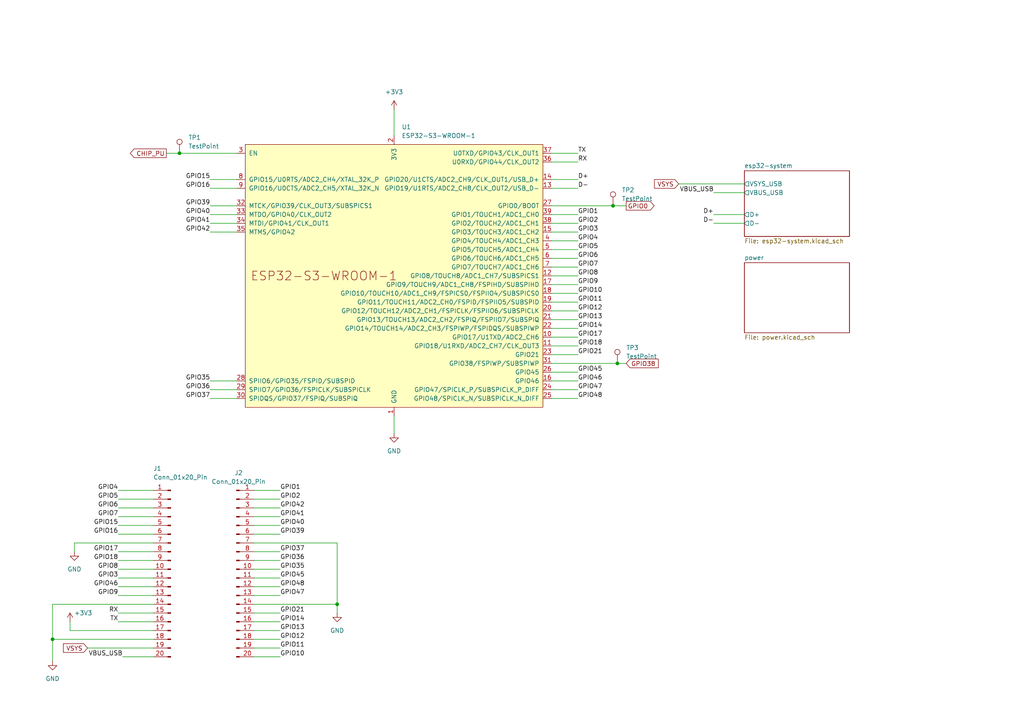
<source format=kicad_sch>
(kicad_sch (version 20231120) (generator "eeschema") (generator_version "8.0")
  (paper "A4")
  (title_block (title "esp32-s3-simple") (date "2023-10-03"))
  (lib_symbols
    (symbol "Connector:Conn_01x20_Pin" (pin_names (offset 1.016) hide)
      (property "Reference" "J" (at 0 25.4 0))
      (property "Value" "Conn_01x20_Pin" (at 0 -27.94 0))
      (symbol "Conn_01x20_Pin_1_1"
        (polyline (pts (xy 1.27 -25.4) (xy 0.8636 -25.4)) (stroke (width 0.1524)))
        (polyline (pts (xy 1.27 -22.86) (xy 0.8636 -22.86)) (stroke (width 0.1524)))
        (polyline (pts (xy 1.27 -20.32) (xy 0.8636 -20.32)) (stroke (width 0.1524)))
        (polyline (pts (xy 1.27 -17.78) (xy 0.8636 -17.78)) (stroke (width 0.1524)))
        (polyline (pts (xy 1.27 -15.24) (xy 0.8636 -15.24)) (stroke (width 0.1524)))
        (polyline (pts (xy 1.27 -12.7) (xy 0.8636 -12.7)) (stroke (width 0.1524)))
        (polyline (pts (xy 1.27 -10.16) (xy 0.8636 -10.16)) (stroke (width 0.1524)))
        (polyline (pts (xy 1.27 -7.62) (xy 0.8636 -7.62)) (stroke (width 0.1524)))
        (polyline (pts (xy 1.27 -5.08) (xy 0.8636 -5.08)) (stroke (width 0.1524)))
        (polyline (pts (xy 1.27 -2.54) (xy 0.8636 -2.54)) (stroke (width 0.1524)))
        (polyline (pts (xy 1.27 0) (xy 0.8636 0)) (stroke (width 0.1524)))
        (polyline (pts (xy 1.27 2.54) (xy 0.8636 2.54)) (stroke (width 0.1524)))
        (polyline (pts (xy 1.27 5.08) (xy 0.8636 5.08)) (stroke (width 0.1524)))
        (polyline (pts (xy 1.27 7.62) (xy 0.8636 7.62)) (stroke (width 0.1524)))
        (polyline (pts (xy 1.27 10.16) (xy 0.8636 10.16)) (stroke (width 0.1524)))
        (polyline (pts (xy 1.27 12.7) (xy 0.8636 12.7)) (stroke (width 0.1524)))
        (polyline (pts (xy 1.27 15.24) (xy 0.8636 15.24)) (stroke (width 0.1524)))
        (polyline (pts (xy 1.27 17.78) (xy 0.8636 17.78)) (stroke (width 0.1524)))
        (polyline (pts (xy 1.27 20.32) (xy 0.8636 20.32)) (stroke (width 0.1524)))
        (polyline (pts (xy 1.27 22.86) (xy 0.8636 22.86)) (stroke (width 0.1524)))
        (rectangle (start 0.8636 -25.273) (end 0 -25.527) (stroke (width 0.1524)) (fill (type outline)))
        (rectangle (start 0.8636 -22.733) (end 0 -22.987) (stroke (width 0.1524)) (fill (type outline)))
        (rectangle (start 0.8636 -20.193) (end 0 -20.447) (stroke (width 0.1524)) (fill (type outline)))
        (rectangle (start 0.8636 -17.653) (end 0 -17.907) (stroke (width 0.1524)) (fill (type outline)))
        (rectangle (start 0.8636 -15.113) (end 0 -15.367) (stroke (width 0.1524)) (fill (type outline)))
        (rectangle (start 0.8636 -12.573) (end 0 -12.827) (stroke (width 0.1524)) (fill (type outline)))
        (rectangle (start 0.8636 -10.033) (end 0 -10.287) (stroke (width 0.1524)) (fill (type outline)))
        (rectangle (start 0.8636 -7.493) (end 0 -7.747) (stroke (width 0.1524)) (fill (type outline)))
        (rectangle (start 0.8636 -4.953) (end 0 -5.207) (stroke (width 0.1524)) (fill (type outline)))
        (rectangle (start 0.8636 -2.413) (end 0 -2.667) (stroke (width 0.1524)) (fill (type outline)))
        (rectangle (start 0.8636 0.127) (end 0 -0.127) (stroke (width 0.1524)) (fill (type outline)))
        (rectangle (start 0.8636 2.667) (end 0 2.413) (stroke (width 0.1524)) (fill (type outline)))
        (rectangle (start 0.8636 5.207) (end 0 4.953) (stroke (width 0.1524)) (fill (type outline)))
        (rectangle (start 0.8636 7.747) (end 0 7.493) (stroke (width 0.1524)) (fill (type outline)))
        (rectangle (start 0.8636 10.287) (end 0 10.033) (stroke (width 0.1524)) (fill (type outline)))
        (rectangle (start 0.8636 12.827) (end 0 12.573) (stroke (width 0.1524)) (fill (type outline)))
        (rectangle (start 0.8636 15.367) (end 0 15.113) (stroke (width 0.1524)) (fill (type outline)))
        (rectangle (start 0.8636 17.907) (end 0 17.653) (stroke (width 0.1524)) (fill (type outline)))
        (rectangle (start 0.8636 20.447) (end 0 20.193) (stroke (width 0.1524)) (fill (type outline)))
        (rectangle (start 0.8636 22.987) (end 0 22.733) (stroke (width 0.1524)) (fill (type outline)))
        (pin passive line (at 5.08 22.86 180) (length 3.81) (name "Pin_1") (number "1"))
        (pin passive line (at 5.08 0 180) (length 3.81) (name "Pin_10") (number "10"))
        (pin passive line (at 5.08 -2.54 180) (length 3.81) (name "Pin_11") (number "11"))
        (pin passive line (at 5.08 -5.08 180) (length 3.81) (name "Pin_12") (number "12"))
        (pin passive line (at 5.08 -7.62 180) (length 3.81) (name "Pin_13") (number "13"))
        (pin passive line (at 5.08 -10.16 180) (length 3.81) (name "Pin_14") (number "14"))
        (pin passive line (at 5.08 -12.7 180) (length 3.81) (name "Pin_15") (number "15"))
        (pin passive line (at 5.08 -15.24 180) (length 3.81) (name "Pin_16") (number "16"))
        (pin passive line (at 5.08 -17.78 180) (length 3.81) (name "Pin_17") (number "17"))
        (pin passive line (at 5.08 -20.32 180) (length 3.81) (name "Pin_18") (number "18"))
        (pin passive line (at 5.08 -22.86 180) (length 3.81) (name "Pin_19") (number "19"))
        (pin passive line (at 5.08 20.32 180) (length 3.81) (name "Pin_2") (number "2"))
        (pin passive line (at 5.08 -25.4 180) (length 3.81) (name "Pin_20") (number "20"))
        (pin passive line (at 5.08 17.78 180) (length 3.81) (name "Pin_3") (number "3"))
        (pin passive line (at 5.08 15.24 180) (length 3.81) (name "Pin_4") (number "4"))
        (pin passive line (at 5.08 12.7 180) (length 3.81) (name "Pin_5") (number "5"))
        (pin passive line (at 5.08 10.16 180) (length 3.81) (name "Pin_6") (number "6"))
        (pin passive line (at 5.08 7.62 180) (length 3.81) (name "Pin_7") (number "7"))
        (pin passive line (at 5.08 5.08 180) (length 3.81) (name "Pin_8") (number "8"))
        (pin passive line (at 5.08 2.54 180) (length 3.81) (name "Pin_9") (number "9"))
      )
    )
    (symbol "Connector:TestPoint" (pin_numbers hide) (pin_names (offset 0.762) hide)
      (property "Reference" "TP" (at 0 6.858 0))
      (property "Value" "TestPoint" (at 0 5.08 0))
      (symbol "TestPoint_0_1"
        (circle (center 0 3.302) (radius 0.762))
      )
      (symbol "TestPoint_1_1"
        (pin passive line (at 0 0 90) (length 2.54) (name "1") (number "1"))
      )
    )
    (symbol "PCM_Espressif:ESP32-S3-WROOM-1" (pin_names (offset 1.016))
      (property "Reference" "U" (at -43.18 43.18 0))
      (property "Value" "ESP32-S3-WROOM-1" (at -43.18 40.64 0))
      (symbol "ESP32-S3-WROOM-1_0_0"
        (text "ESP32-S3-WROOM-1" (at -20.32 0 0) (effects (font (size 2.54 2.54))))
        (pin power_in line (at 0 -40.64 90) (length 2.54) (name "GND") (number "1"))
        (pin bidirectional line (at 45.72 -17.78 180) (length 2.54) (name "GPIO17/U1TXD/ADC2_CH6") (number "10"))
        (pin bidirectional line (at 45.72 -20.32 180) (length 2.54) (name "GPIO18/U1RXD/ADC2_CH7/CLK_OUT3") (number "11"))
        (pin bidirectional line (at 45.72 0 180) (length 2.54) (name "GPIO8/TOUCH8/ADC1_CH7/SUBSPICS1") (number "12"))
        (pin bidirectional line (at 45.72 25.4 180) (length 2.54) (name "GPIO19/U1RTS/ADC2_CH8/CLK_OUT2/USB_D-") (number "13"))
        (pin bidirectional line (at 45.72 27.94 180) (length 2.54) (name "GPIO20/U1CTS/ADC2_CH9/CLK_OUT1/USB_D+") (number "14"))
        (pin bidirectional line (at 45.72 12.7 180) (length 2.54) (name "GPIO3/TOUCH3/ADC1_CH2") (number "15"))
        (pin bidirectional line (at 45.72 -30.48 180) (length 2.54) (name "GPIO46") (number "16"))
        (pin bidirectional line (at 45.72 -2.54 180) (length 2.54) (name "GPIO9/TOUCH9/ADC1_CH8/FSPIHD/SUBSPIHD") (number "17"))
        (pin bidirectional line (at 45.72 -5.08 180) (length 2.54) (name "GPIO10/TOUCH10/ADC1_CH9/FSPICS0/FSPIIO4/SUBSPICS0") (number "18"))
        (pin bidirectional line (at 45.72 -7.62 180) (length 2.54) (name "GPIO11/TOUCH11/ADC2_CH0/FSPID/FSPIIO5/SUBSPID") (number "19"))
        (pin power_in line (at 0 40.64 270) (length 2.54) (name "3V3") (number "2"))
        (pin bidirectional line (at 45.72 -10.16 180) (length 2.54) (name "GPIO12/TOUCH12/ADC2_CH1/FSPICLK/FSPIIO6/SUBSPICLK") (number "20"))
        (pin bidirectional line (at 45.72 -12.7 180) (length 2.54) (name "GPIO13/TOUCH13/ADC2_CH2/FSPIQ/FSPIIO7/SUBSPIQ") (number "21"))
        (pin bidirectional line (at 45.72 -15.24 180) (length 2.54) (name "GPIO14/TOUCH14/ADC2_CH3/FSPIWP/FSPIDQS/SUBSPIWP") (number "22"))
        (pin bidirectional line (at 45.72 -22.86 180) (length 2.54) (name "GPIO21") (number "23"))
        (pin bidirectional line (at 45.72 -33.02 180) (length 2.54) (name "GPIO47/SPICLK_P/SUBSPICLK_P_DIFF") (number "24"))
        (pin bidirectional line (at 45.72 -35.56 180) (length 2.54) (name "GPIO48/SPICLK_N/SUBSPICLK_N_DIFF") (number "25"))
        (pin bidirectional line (at 45.72 -27.94 180) (length 2.54) (name "GPIO45") (number "26"))
        (pin bidirectional line (at 45.72 20.32 180) (length 2.54) (name "GPIO0/BOOT") (number "27"))
        (pin bidirectional line (at -45.72 -30.48 0) (length 2.54) (name "SPIIO6/GPIO35/FSPID/SUBSPID") (number "28"))
        (pin bidirectional line (at -45.72 -33.02 0) (length 2.54) (name "SPIIO7/GPIO36/FSPICLK/SUBSPICLK") (number "29"))
        (pin input line (at -45.72 35.56 0) (length 2.54) (name "EN") (number "3"))
        (pin bidirectional line (at -45.72 -35.56 0) (length 2.54) (name "SPIDQS/GPIO37/FSPIQ/SUBSPIQ") (number "30"))
        (pin bidirectional line (at 45.72 -25.4 180) (length 2.54) (name "GPIO38/FSPIWP/SUBSPIWP") (number "31"))
        (pin bidirectional line (at -45.72 20.32 0) (length 2.54) (name "MTCK/GPIO39/CLK_OUT3/SUBSPICS1") (number "32"))
        (pin bidirectional line (at -45.72 17.78 0) (length 2.54) (name "MTDO/GPIO40/CLK_OUT2") (number "33"))
        (pin bidirectional line (at -45.72 15.24 0) (length 2.54) (name "MTDI/GPIO41/CLK_OUT1") (number "34"))
        (pin bidirectional line (at -45.72 12.7 0) (length 2.54) (name "MTMS/GPIO42") (number "35"))
        (pin bidirectional line (at 45.72 33.02 180) (length 2.54) (name "U0RXD/GPIO44/CLK_OUT2") (number "36"))
        (pin bidirectional line (at 45.72 35.56 180) (length 2.54) (name "U0TXD/GPIO43/CLK_OUT1") (number "37"))
        (pin bidirectional line (at 45.72 15.24 180) (length 2.54) (name "GPIO2/TOUCH2/ADC1_CH1") (number "38"))
        (pin bidirectional line (at 45.72 17.78 180) (length 2.54) (name "GPIO1/TOUCH1/ADC1_CH0") (number "39"))
        (pin bidirectional line (at 45.72 10.16 180) (length 2.54) (name "GPIO4/TOUCH4/ADC1_CH3") (number "4"))
        (pin passive line (at 0 -40.64 90) (length 2.54) hide (name "GND") (number "40"))
        (pin passive line (at 0 -40.64 90) (length 2.54) hide (name "GND") (number "41"))
        (pin bidirectional line (at 45.72 7.62 180) (length 2.54) (name "GPIO5/TOUCH5/ADC1_CH4") (number "5"))
        (pin bidirectional line (at 45.72 5.08 180) (length 2.54) (name "GPIO6/TOUCH6/ADC1_CH5") (number "6"))
        (pin bidirectional line (at 45.72 2.54 180) (length 2.54) (name "GPIO7/TOUCH7/ADC1_CH6") (number "7"))
        (pin bidirectional line (at -45.72 27.94 0) (length 2.54) (name "GPIO15/U0RTS/ADC2_CH4/XTAL_32K_P") (number "8"))
        (pin bidirectional line (at -45.72 25.4 0) (length 2.54) (name "GPIO16/U0CTS/ADC2_CH5/XTAL_32K_N") (number "9"))
      )
      (symbol "ESP32-S3-WROOM-1_0_1"
        (rectangle (start -43.18 38.1) (end 43.18 -38.1) (fill (type background)))
      )
    )
    (symbol "power:+3V3" (power) (pin_names (offset 0))
      (property "Value" "+3V3" (at 0 3.556 0))
      (symbol "+3V3_0_1"
        (polyline (pts (xy -0.762 1.27) (xy 0 2.54)))
        (polyline (pts (xy 0 0) (xy 0 2.54)))
        (polyline (pts (xy 0 2.54) (xy 0.762 1.27)))
      )
      (symbol "+3V3_1_1"
        (pin power_in line (at 0 0 90) (length 0) hide (name "+3V3") (number "1"))
      )
    )
    (symbol "power:GND" (power) (pin_names (offset 0))
      (property "Value" "GND" (at 0 -3.81 0))
      (symbol "GND_0_1"
        (polyline (pts (xy 0 0) (xy 0 -1.27) (xy 1.27 -1.27) (xy 0 -2.54) (xy -1.27 -1.27) (xy 0 -1.27)))
      )
      (symbol "GND_1_1"
        (pin power_in line (at 0 0 270) (length 0) hide (name "GND") (number "1"))
      )
    )
  )
  (junction (at 52.07 44.45))
  (junction (at 15.24 185.42))
  (junction (at 97.79 175.26))
  (junction (at 177.8 59.69))
  (junction (at 179.07 105.41))
  (wire (pts (xy 160.02 107.95) (xy 167.64 107.95)))
  (wire (pts (xy 73.66 182.88) (xy 81.28 182.88)))
  (wire (pts (xy 60.96 67.31) (xy 68.58 67.31)))
  (wire (pts (xy 73.66 187.96) (xy 81.28 187.96)))
  (wire (pts (xy 34.29 154.94) (xy 44.45 154.94)))
  (wire (pts (xy 21.59 157.48) (xy 21.59 160.02)))
  (wire (pts (xy 60.96 115.57) (xy 68.58 115.57)))
  (wire (pts (xy 207.01 62.23) (xy 215.9 62.23)))
  (wire (pts (xy 73.66 154.94) (xy 81.28 154.94)))
  (wire (pts (xy 34.29 160.02) (xy 44.45 160.02)))
  (wire (pts (xy 73.66 152.4) (xy 81.28 152.4)))
  (wire (pts (xy 73.66 167.64) (xy 81.28 167.64)))
  (wire (pts (xy 34.29 165.1) (xy 44.45 165.1)))
  (wire (pts (xy 34.29 144.78) (xy 44.45 144.78)))
  (wire (pts (xy 73.66 144.78) (xy 81.28 144.78)))
  (wire (pts (xy 160.02 74.93) (xy 167.64 74.93)))
  (wire (pts (xy 34.29 170.18) (xy 44.45 170.18)))
  (wire (pts (xy 35.56 190.5) (xy 44.45 190.5)))
  (wire (pts (xy 207.01 55.88) (xy 215.9 55.88)))
  (wire (pts (xy 15.24 191.77) (xy 15.24 185.42)))
  (wire (pts (xy 97.79 175.26) (xy 97.79 177.8)))
  (wire (pts (xy 48.26 44.45) (xy 52.07 44.45)))
  (wire (pts (xy 73.66 142.24) (xy 81.28 142.24)))
  (wire (pts (xy 15.24 185.42) (xy 15.24 175.26)))
  (wire (pts (xy 44.45 182.88) (xy 20.32 182.88)))
  (wire (pts (xy 160.02 85.09) (xy 167.64 85.09)))
  (wire (pts (xy 160.02 95.25) (xy 167.64 95.25)))
  (wire (pts (xy 73.66 185.42) (xy 81.28 185.42)))
  (wire (pts (xy 73.66 172.72) (xy 81.28 172.72)))
  (wire (pts (xy 34.29 180.34) (xy 44.45 180.34)))
  (wire (pts (xy 160.02 67.31) (xy 167.64 67.31)))
  (wire (pts (xy 160.02 97.79) (xy 167.64 97.79)))
  (wire (pts (xy 160.02 54.61) (xy 167.64 54.61)))
  (wire (pts (xy 60.96 110.49) (xy 68.58 110.49)))
  (wire (pts (xy 73.66 160.02) (xy 81.28 160.02)))
  (wire (pts (xy 60.96 54.61) (xy 68.58 54.61)))
  (wire (pts (xy 20.32 182.88) (xy 20.32 180.34)))
  (wire (pts (xy 52.07 44.45) (xy 68.58 44.45)))
  (wire (pts (xy 34.29 147.32) (xy 44.45 147.32)))
  (wire (pts (xy 34.29 177.8) (xy 44.45 177.8)))
  (wire (pts (xy 160.02 105.41) (xy 179.07 105.41)))
  (wire (pts (xy 73.66 149.86) (xy 81.28 149.86)))
  (wire (pts (xy 73.66 165.1) (xy 81.28 165.1)))
  (wire (pts (xy 114.3 31.75) (xy 114.3 39.37)))
  (wire (pts (xy 160.02 59.69) (xy 177.8 59.69)))
  (wire (pts (xy 73.66 170.18) (xy 81.28 170.18)))
  (wire (pts (xy 160.02 72.39) (xy 167.64 72.39)))
  (wire (pts (xy 179.07 105.41) (xy 181.61 105.41)))
  (wire (pts (xy 73.66 162.56) (xy 81.28 162.56)))
  (wire (pts (xy 196.85 53.34) (xy 215.9 53.34)))
  (wire (pts (xy 160.02 90.17) (xy 167.64 90.17)))
  (wire (pts (xy 73.66 175.26) (xy 97.79 175.26)))
  (wire (pts (xy 160.02 52.07) (xy 167.64 52.07)))
  (wire (pts (xy 160.02 82.55) (xy 167.64 82.55)))
  (wire (pts (xy 160.02 46.99) (xy 167.64 46.99)))
  (wire (pts (xy 160.02 64.77) (xy 167.64 64.77)))
  (wire (pts (xy 25.4 187.96) (xy 44.45 187.96)))
  (wire (pts (xy 114.3 120.65) (xy 114.3 125.73)))
  (wire (pts (xy 73.66 190.5) (xy 81.28 190.5)))
  (wire (pts (xy 15.24 175.26) (xy 44.45 175.26)))
  (wire (pts (xy 34.29 149.86) (xy 44.45 149.86)))
  (wire (pts (xy 97.79 157.48) (xy 73.66 157.48)))
  (wire (pts (xy 160.02 44.45) (xy 167.64 44.45)))
  (wire (pts (xy 177.8 59.69) (xy 181.61 59.69)))
  (wire (pts (xy 160.02 115.57) (xy 167.64 115.57)))
  (wire (pts (xy 160.02 113.03) (xy 167.64 113.03)))
  (wire (pts (xy 160.02 92.71) (xy 167.64 92.71)))
  (wire (pts (xy 207.01 64.77) (xy 215.9 64.77)))
  (wire (pts (xy 44.45 157.48) (xy 21.59 157.48)))
  (wire (pts (xy 34.29 152.4) (xy 44.45 152.4)))
  (wire (pts (xy 160.02 62.23) (xy 167.64 62.23)))
  (wire (pts (xy 34.29 162.56) (xy 44.45 162.56)))
  (wire (pts (xy 73.66 147.32) (xy 81.28 147.32)))
  (wire (pts (xy 60.96 64.77) (xy 68.58 64.77)))
  (wire (pts (xy 160.02 100.33) (xy 167.64 100.33)))
  (wire (pts (xy 160.02 110.49) (xy 167.64 110.49)))
  (wire (pts (xy 34.29 172.72) (xy 44.45 172.72)))
  (wire (pts (xy 60.96 113.03) (xy 68.58 113.03)))
  (wire (pts (xy 60.96 52.07) (xy 68.58 52.07)))
  (wire (pts (xy 160.02 102.87) (xy 167.64 102.87)))
  (wire (pts (xy 73.66 177.8) (xy 81.28 177.8)))
  (wire (pts (xy 34.29 167.64) (xy 44.45 167.64)))
  (wire (pts (xy 160.02 87.63) (xy 167.64 87.63)))
  (wire (pts (xy 60.96 59.69) (xy 68.58 59.69)))
  (wire (pts (xy 160.02 77.47) (xy 167.64 77.47)))
  (wire (pts (xy 73.66 180.34) (xy 81.28 180.34)))
  (wire (pts (xy 160.02 69.85) (xy 167.64 69.85)))
  (wire (pts (xy 60.96 62.23) (xy 68.58 62.23)))
  (wire (pts (xy 97.79 175.26) (xy 97.79 157.48)))
  (wire (pts (xy 15.24 185.42) (xy 44.45 185.42)))
  (wire (pts (xy 160.02 80.01) (xy 167.64 80.01)))
  (wire (pts (xy 34.29 142.24) (xy 44.45 142.24)))
  (label "GPIO10" (at 167.64 85.09 0))
  (label "VBUS_USB" (at 207.01 55.88 180))
  (label "GPIO15" (at 60.96 52.07 180))
  (label "GPIO15" (at 34.29 152.4 180))
  (label "GPIO8" (at 167.64 80.01 0))
  (label "GPIO13" (at 167.64 92.71 0))
  (label "GPIO41" (at 60.96 64.77 180))
  (label "GPIO3" (at 167.64 67.31 0))
  (label "GPIO37" (at 81.28 160.02 0))
  (label "GPIO17" (at 167.64 97.79 0))
  (label "GPIO16" (at 60.96 54.61 180))
  (label "GPIO36" (at 81.28 162.56 0))
  (label "GPIO5" (at 167.64 72.39 0))
  (label "GPIO16" (at 34.29 154.94 180))
  (label "GPIO5" (at 34.29 144.78 180))
  (label "GPIO40" (at 81.28 152.4 0))
  (label "GPIO18" (at 34.29 162.56 180))
  (label "VBUS_USB" (at 35.56 190.5 180))
  (label "RX" (at 167.64 46.99 0))
  (label "GPIO11" (at 81.28 187.96 0))
  (label "D-" (at 207.01 64.77 180))
  (label "D+" (at 207.01 62.23 180))
  (label "GPIO14" (at 81.28 180.34 0))
  (label "GPIO7" (at 34.29 149.86 180))
  (label "GPIO39" (at 60.96 59.69 180))
  (label "GPIO45" (at 81.28 167.64 0))
  (label "TX" (at 34.29 180.34 180))
  (label "GPIO9" (at 167.64 82.55 0))
  (label "GPIO47" (at 167.64 113.03 0))
  (label "GPIO41" (at 81.28 149.86 0))
  (label "GPIO4" (at 167.64 69.85 0))
  (label "GPIO17" (at 34.29 160.02 180))
  (label "GPIO11" (at 167.64 87.63 0))
  (label "GPIO45" (at 167.64 107.95 0))
  (label "GPIO8" (at 34.29 165.1 180))
  (label "D-" (at 167.64 54.61 0))
  (label "GPIO42" (at 81.28 147.32 0))
  (label "GPIO35" (at 60.96 110.49 180))
  (label "GPIO10" (at 81.28 190.5 0))
  (label "GPIO37" (at 60.96 115.57 180))
  (label "GPIO7" (at 167.64 77.47 0))
  (label "GPIO35" (at 81.28 165.1 0))
  (label "GPIO4" (at 34.29 142.24 180))
  (label "GPIO18" (at 167.64 100.33 0))
  (label "GPIO14" (at 167.64 95.25 0))
  (label "RX" (at 34.29 177.8 180))
  (label "GPIO12" (at 81.28 185.42 0))
  (label "GPIO6" (at 34.29 147.32 180))
  (label "GPIO1" (at 167.64 62.23 0))
  (label "GPIO21" (at 167.64 102.87 0))
  (label "GPIO42" (at 60.96 67.31 180))
  (label "GPIO46" (at 34.29 170.18 180))
  (label "GPIO3" (at 34.29 167.64 180))
  (label "GPIO13" (at 81.28 182.88 0))
  (label "GPIO2" (at 167.64 64.77 0))
  (label "GPIO21" (at 81.28 177.8 0))
  (label "GPIO48" (at 81.28 170.18 0))
  (label "GPIO2" (at 81.28 144.78 0))
  (label "D+" (at 167.64 52.07 0))
  (label "TX" (at 167.64 44.45 0))
  (label "GPIO9" (at 34.29 172.72 180))
  (label "GPIO6" (at 167.64 74.93 0))
  (label "GPIO40" (at 60.96 62.23 180))
  (label "GPIO48" (at 167.64 115.57 0))
  (label "GPIO46" (at 167.64 110.49 0))
  (label "GPIO1" (at 81.28 142.24 0))
  (label "GPIO39" (at 81.28 154.94 0))
  (label "GPIO47" (at 81.28 172.72 0))
  (label "GPIO36" (at 60.96 113.03 180))
  (label "GPIO12" (at 167.64 90.17 0))
  (global_label "GPIO0" (shape output) (at 181.61 59.69 0) (property "Intersheetrefs" "${INTERSHEET_REFS}" (effects (hide yes))))
  (global_label "VSYS" (shape input) (at 196.85 53.34 180) (property "Intersheetrefs" "${INTERSHEET_REFS}" (effects (hide yes))))
  (global_label "VSYS" (shape input) (at 25.4 187.96 180) (property "Intersheetrefs" "${INTERSHEET_REFS}" (effects (hide yes))))
  (global_label "GPIO38" (shape input) (at 181.61 105.41 0) (property "Intersheetrefs" "${INTERSHEET_REFS}" (effects (hide yes))))
  (global_label "CHIP_PU" (shape output) (at 48.26 44.45 180) (property "Intersheetrefs" "${INTERSHEET_REFS}" (effects (hide yes))))
  (symbol (lib_id "power:GND") (at 15.24 191.77 0) (unit 1)
    (property "Reference" "#PWR06" (effects (hide yes)))
    (property "Value" "GND" (at 15.24 196.85 0))
  )
  (symbol (lib_id "power:+3V3") (at 114.3 31.75 0) (unit 1)
    (property "Reference" "#PWR02" (effects (hide yes)))
    (property "Value" "+3V3" (at 114.3 26.67 0))
  )
  (symbol (lib_id "power:GND") (at 114.3 125.73 0) (unit 1)
    (property "Reference" "#PWR04" (effects (hide yes)))
    (property "Value" "GND" (at 114.3 130.81 0))
  )
  (symbol (lib_id "power:+3V3") (at 20.32 180.34 0) (unit 1)
    (property "Reference" "#PWR010" (effects (hide yes)))
    (property "Value" "+3V3" (at 24.13 177.8 0))
  )
  (symbol (lib_id "power:GND") (at 21.59 160.02 0) (unit 1)
    (property "Reference" "#PWR021" (effects (hide yes)))
    (property "Value" "GND" (at 21.59 165.1 0))
  )
  (symbol (lib_id "PCM_Espressif:ESP32-S3-WROOM-1") (at 114.3 80.01 0) (unit 1)
    (property "Reference" "U1" (at 116.4941 36.83 0) (effects (justify left)))
    (property "Value" "ESP32-S3-WROOM-1" (at 116.4941 39.37 0) (effects (justify left)))
    (property "Footprint" "PCM_Espressif:ESP32-S3-WROOM-1" (effects (hide yes)))
    (property "Datasheet" "https://www.espressif.com/sites/default/files/documentation/esp32-s3-wroom-1_wroom-1u_datasheet_en.pdf" (effects (hide yes)))
  )
  (symbol (lib_id "Connector:TestPoint") (at 52.07 44.45 0) (unit 1)
    (property "Reference" "TP1" (at 54.61 39.878 0) (effects (justify left)))
    (property "Value" "TestPoint" (at 54.61 42.418 0) (effects (justify left)))
    (property "Footprint" "TestPoint:TestPoint_Pad_1.0x1.0mm" (effects (hide yes)))
  )
  (symbol (lib_id "Connector:Conn_01x20_Pin") (at 49.53 165.1 0) (mirror y) (unit 1)
    (property "Reference" "J1" (at 44.45 135.89 0) (effects (justify right)))
    (property "Value" "Conn_01x20_Pin" (at 44.45 138.43 0) (effects (justify right)))
    (property "Footprint" "Connector_PinHeader_2.54mm:PinHeader_1x20_P2.54mm_Vertical" (effects (hide yes)))
  )
  (symbol (lib_id "Connector:Conn_01x20_Pin") (at 68.58 165.1 0) (unit 1)
    (property "Reference" "J2" (at 69.215 137.16 0))
    (property "Value" "Conn_01x20_Pin" (at 69.215 139.7 0))
    (property "Footprint" "Connector_PinHeader_2.54mm:PinHeader_1x20_P2.54mm_Vertical" (effects (hide yes)))
  )
  (symbol (lib_id "Connector:TestPoint") (at 179.07 105.41 0) (unit 1)
    (property "Reference" "TP3" (at 181.61 100.838 0) (effects (justify left)))
    (property "Value" "TestPoint" (at 181.61 103.378 0) (effects (justify left)))
    (property "Footprint" "TestPoint:TestPoint_Pad_1.0x1.0mm" (effects (hide yes)))
  )
  (symbol (lib_id "Connector:TestPoint") (at 177.8 59.69 0) (unit 1)
    (property "Reference" "TP2" (at 180.34 55.118 0) (effects (justify left)))
    (property "Value" "TestPoint" (at 180.34 57.658 0) (effects (justify left)))
    (property "Footprint" "TestPoint:TestPoint_Pad_1.0x1.0mm" (effects (hide yes)))
  )
  (symbol (lib_id "power:GND") (at 97.79 177.8 0) (unit 1)
    (property "Reference" "#PWR023" (effects (hide yes)))
    (property "Value" "GND" (at 97.79 182.88 0))
  )
  (sheet (at 215.9 49.53) (size 30.48 19.05) (stroke (width 0.1524))
    (property "Sheetname" "esp32-system" (at 215.9 48.8184 0) (effects (justify left bottom)))
    (property "Sheetfile" "esp32-system.kicad_sch" (at 215.9 69.1646 0) (effects (justify left top)))
    (pin "D+" output (at 215.9 62.23 180))
    (pin "D-" output (at 215.9 64.77 180))
    (pin "VBUS_USB" output (at 215.9 55.88 180))
    (pin "VSYS_USB" output (at 215.9 53.34 180))
  )
  (sheet (at 215.9 76.2) (size 30.48 20.32) (stroke (width 0.1524))
    (property "Sheetname" "power" (at 215.9 75.4884 0) (effects (justify left bottom)))
    (property "Sheetfile" "power.kicad_sch" (at 215.9 97.1046 0) (effects (justify left top)))
  )
)
</source>
